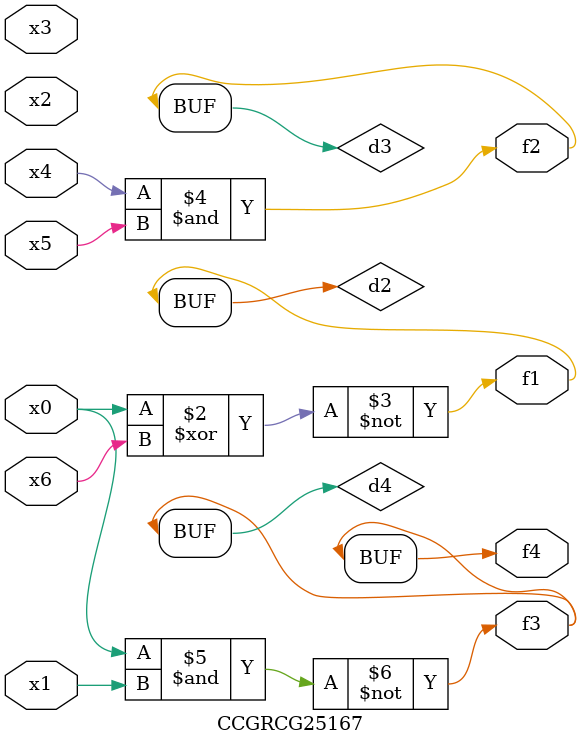
<source format=v>
module CCGRCG25167(
	input x0, x1, x2, x3, x4, x5, x6,
	output f1, f2, f3, f4
);

	wire d1, d2, d3, d4;

	nor (d1, x0);
	xnor (d2, x0, x6);
	and (d3, x4, x5);
	nand (d4, x0, x1);
	assign f1 = d2;
	assign f2 = d3;
	assign f3 = d4;
	assign f4 = d4;
endmodule

</source>
